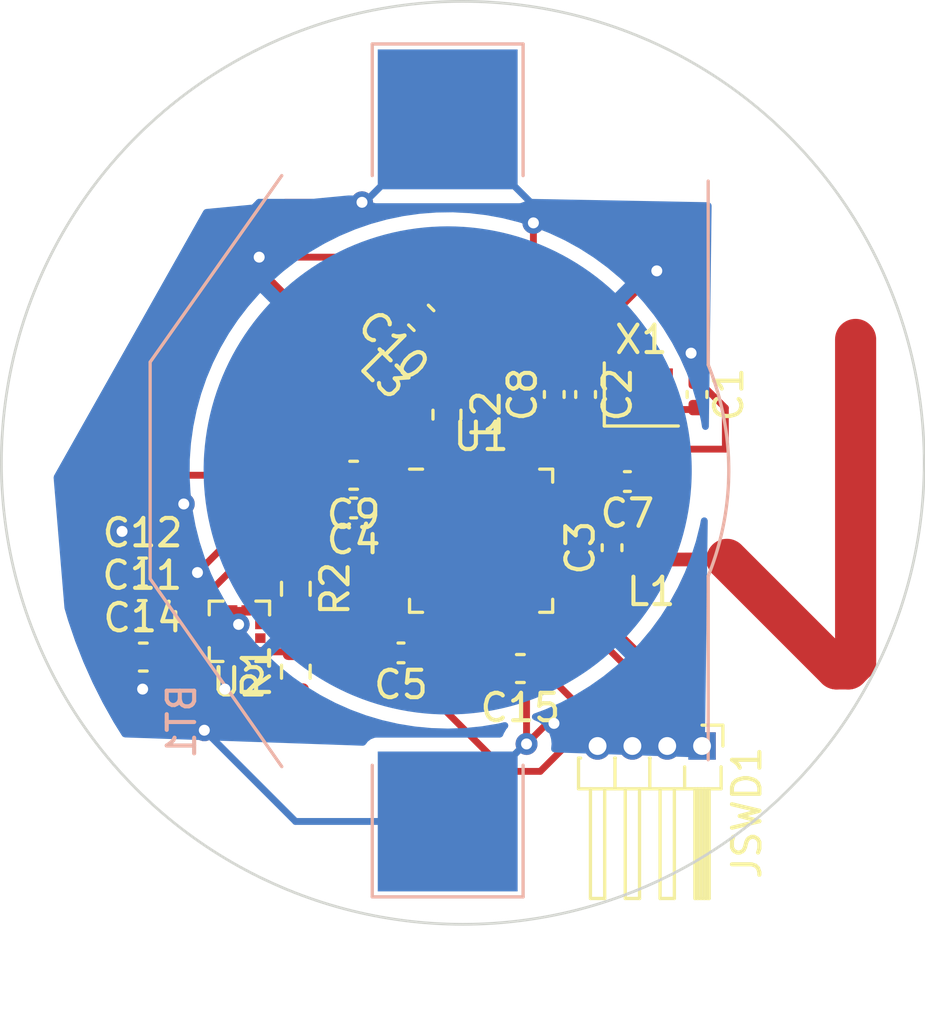
<source format=kicad_pcb>
(kicad_pcb (version 20211014) (generator pcbnew)
  (layers (0 "F.Cu" signal) (31 "B.Cu" signal) (34 "B.Paste" user) (35 "F.Paste" user) (36 "B.SilkS" user "B.Silkscreen") (37 "F.SilkS" user "F.Silkscreen") (38 "B.Mask" user) (39 "F.Mask" user) (44 "Edge.Cuts" user))
  (net 0 "")
  (net 1 "GND")
  (net 2 "Net-(X1-Pad2)")
  (net 3 "Net-(X1-Pad1)")
  (net 4 "Net-(L1-Pad2)")
  (net 5 "Net-(C4-Pad1)")
  (net 6 "VDD_nRF")
  (net 7 "Net-(C7-Pad2)")
  (net 8 "Net-(L3-Pad1)")
  (net 9 "Net-(JSWD1-Pad2)")
  (net 10 "Net-(JSWD1-Pad3)")
  (net 11 "unconnected-(L1-Pad1)")
  (net 12 "Net-(L3-Pad2)")
  (net 13 "Net-(L2-Pad2)")
  (net 14 "SDA")
  (net 19 "IMU_INT")
  (net 20 "SCL")
  (footprint "Inductor_SMD:L_0402_1005Metric" (layer "F.Cu") (at 133.4008 100.457 135)
    (fp_text reference "L3" (at 0 -1.17 135) (layer "F.SilkS"))
    (fp_text value "15nH")
    (pad "1" smd roundrect (at -0.485 0 135) (size 0.59 0.64) (layers "F.Cu" "F.Paste" "F.Mask") (net 8 "Net-(L3-Pad1)"))
    (pad "2" smd roundrect (at 0.485 0 135) (size 0.59 0.64) (layers "F.Cu" "F.Paste" "F.Mask") (net 12 "Net-(L3-Pad2)"))
  )
  (footprint "Resistor_SMD:R_0603_1608Metric" (layer "F.Cu") (at 129.3368 112.1156 90)
    (fp_text reference "R1" (at 0 -1.43 90) (layer "F.SilkS"))
    (fp_text value "10k")
    (fp_line (start -0.237258 -0.5225) (end 0.237258 -0.5225) (layer "F.SilkS") (width 0.12))
    (fp_line (start -0.237258 0.5225) (end 0.237258 0.5225) (layer "F.SilkS") (width 0.12))
    (pad "1" smd roundrect (at -0.825 0 90) (size 0.8 0.95) (layers "F.Cu" "F.Paste" "F.Mask") (net 6 "VDD_nRF"))
    (pad "2" smd roundrect (at 0.825 0 90) (size 0.8 0.95) (layers "F.Cu" "F.Paste" "F.Mask") (net 14 "SDA"))
  )
  (footprint "Capacitor_SMD:C_0603_1608Metric" (layer "F.Cu") (at 123.7364 110.0328)
    (fp_text reference "C11" (at 0 -1.43) (layer "F.SilkS"))
    (fp_text value "10uF")
    (fp_line (start -0.14058 0.51) (end 0.14058 0.51) (layer "F.SilkS") (width 0.12))
    (fp_line (start -0.14058 -0.51) (end 0.14058 -0.51) (layer "F.SilkS") (width 0.12))
    (pad "1" smd roundrect (at -0.775 0) (size 0.9 0.95) (layers "F.Cu" "F.Paste" "F.Mask") (net 1 "GND"))
    (pad "2" smd roundrect (at 0.775 0) (size 0.9 0.95) (layers "F.Cu" "F.Paste" "F.Mask") (net 6 "VDD_nRF"))
  )
  (footprint "Package_LGA:LGA-12_2x2mm_P0.5mm" (layer "F.Cu") (at 127.2794 110.6424 180)
    (fp_text reference "U2" (at 0 -1.85) (layer "F.SilkS"))
    (fp_text value "LIS2HH12")
    (fp_line (start -1.1 0.6) (end -1.1 0.6) (layer "F.SilkS") (width 0.12))
    (fp_line (start 1.1 -1.1) (end 1.1 -0.6) (layer "F.SilkS") (width 0.12))
    (fp_line (start 1.1 -0.6) (end 1.1 -0.6) (layer "F.SilkS") (width 0.12))
    (fp_line (start -0.6 -1.1) (end -1.1 -1.1) (layer "F.SilkS") (width 0.12))
    (fp_line (start 0.6 -1.1) (end 1.1 -1.1) (layer "F.SilkS") (width 0.12))
    (fp_line (start -1.1 1.1) (end -1.1 0.6) (layer "F.SilkS") (width 0.12))
    (fp_line (start 1.1 0.6) (end 1.1 1.1) (layer "F.SilkS") (width 0.12))
    (fp_line (start 0.6 1.1) (end 0.6 1.1) (layer "F.SilkS") (width 0.12))
    (fp_line (start -0.6 1.1) (end -1.1 1.1) (layer "F.SilkS") (width 0.12))
    (fp_line (start -1.1 -1.1) (end -1.1 -1.1) (layer "F.SilkS") (width 0.12))
    (fp_line (start 1.1 1.1) (end 0.6 1.1) (layer "F.SilkS") (width 0.12))
    (pad "1" smd rect (at -0.7625 -0.75 180) (size 0.375 0.35) (layers "F.Cu" "F.Paste" "F.Mask") (net 14 "SDA"))
    (pad "2" smd rect (at -0.7625 -0.25 180) (size 0.375 0.35) (layers "F.Cu" "F.Paste" "F.Mask"))
    (pad "3" smd rect (at -0.7625 0.25 180) (size 0.375 0.35) (layers "F.Cu" "F.Paste" "F.Mask"))
    (pad "4" smd rect (at -0.7625 0.75 180) (size 0.375 0.35) (layers "F.Cu" "F.Paste" "F.Mask") (net 14 "SDA"))
    (pad "5" smd rect (at -0.25 0.7625 270) (size 0.375 0.35) (layers "F.Cu" "F.Paste" "F.Mask") (net 1 "GND"))
    (pad "6" smd rect (at 0.25 0.7625 270) (size 0.375 0.35) (layers "F.Cu" "F.Paste" "F.Mask") (net 1 "GND"))
    (pad "7" smd rect (at 0.7625 0.75 180) (size 0.375 0.35) (layers "F.Cu" "F.Paste" "F.Mask") (net 1 "GND"))
    (pad "8" smd rect (at 0.7625 0.25 180) (size 0.375 0.35) (layers "F.Cu" "F.Paste" "F.Mask") (net 1 "GND"))
    (pad "9" smd rect (at 0.7625 -0.25 180) (size 0.375 0.35) (layers "F.Cu" "F.Paste" "F.Mask") (net 6 "VDD_nRF"))
    (pad "10" smd rect (at 0.7625 -0.75 180) (size 0.375 0.35) (layers "F.Cu" "F.Paste" "F.Mask") (net 6 "VDD_nRF"))
    (pad "11" smd rect (at 0.25 -0.7625 270) (size 0.375 0.35) (layers "F.Cu" "F.Paste" "F.Mask"))
    (pad "12" smd rect (at -0.25 -0.7625 270) (size 0.375 0.35) (layers "F.Cu" "F.Paste" "F.Mask") (net 19 "IMU_INT"))
  )
  (footprint "Crystal:Crystal_SMD_2016-4Pin_2.0x1.6mm" (layer "F.Cu") (at 141.9352 102.0064)
    (fp_text reference "X1" (at 0 -2) (layer "F.SilkS"))
    (fp_text value "32MHz")
    (fp_line (start -1.35 -1.15) (end -1.35 1.15) (layer "F.SilkS") (width 0.12))
    (fp_line (start -1.35 1.15) (end 1.35 1.15) (layer "F.SilkS") (width 0.12))
    (pad "1" smd rect (at -0.7 0.55) (size 0.9 0.8) (layers "F.Cu" "F.Paste" "F.Mask") (net 3 "Net-(X1-Pad1)"))
    (pad "2" smd rect (at 0.7 0.55) (size 0.9 0.8) (layers "F.Cu" "F.Paste" "F.Mask") (net 2 "Net-(X1-Pad2)"))
    (pad "3" smd rect (at 0.7 -0.55) (size 0.9 0.8) (layers "F.Cu" "F.Paste" "F.Mask"))
    (pad "4" smd rect (at -0.7 -0.55) (size 0.9 0.8) (layers "F.Cu" "F.Paste" "F.Mask"))
  )
  (footprint "Connector_PinHeader_1.27mm:PinHeader_1x04_P1.27mm_Horizontal" (layer "F.Cu") (at 144.15 114.825 -90)
    (fp_text reference "JSWD1" (at 2.4325 -1.635 90) (layer "F.SilkS"))
    (fp_text value "Conn_01x04_Female")
    (fp_line (start 0.44 1.889677) (end 0.44 1.920323) (layer "F.SilkS") (width 0.12))
    (fp_line (start 1.56 0.04) (end 5.56 0.04) (layer "F.SilkS") (width 0.12))
    (fp_line (start 0.44 1.905) (end 1.56 1.905) (layer "F.SilkS") (width 0.12))
    (fp_line (start 1.56 -0.26) (end 5.56 -0.26) (layer "F.SilkS") (width 0.12))
    (fp_line (start 5.56 -0.26) (end 5.56 0.26) (layer "F.SilkS") (width 0.12))
    (fp_line (start 1.56 3.55) (end 5.56 3.55) (layer "F.SilkS") (width 0.12))
    (fp_line (start 0.76 0.635) (end 1.56 0.635) (layer "F.SilkS") (width 0.12))
    (fp_line (start 1.56 -0.695) (end 1.56 4.505) (layer "F.SilkS") (width 0.12))
    (fp_line (start 0.76 -0.695) (end 1.56 -0.695) (layer "F.SilkS") (width 0.12))
    (fp_line (start 5.56 2.8) (end 1.56 2.8) (layer "F.SilkS") (width 0.12))
    (fp_line (start 5.56 2.28) (end 5.56 2.8) (layer "F.SilkS") (width 0.12))
    (fp_line (start 5.56 1.01) (end 5.56 1.53) (layer "F.SilkS") (width 0.12))
    (fp_line (start 1.56 4.505) (end 0.44 4.505) (layer "F.SilkS") (width 0.12))
    (fp_line (start 5.56 4.07) (end 1.56 4.07) (layer "F.SilkS") (width 0.12))
    (fp_line (start 5.56 0.26) (end 1.56 0.26) (layer "F.SilkS") (width 0.12))
    (fp_line (start 0.44 4.505) (end 0.44 4.429677) (layer "F.SilkS") (width 0.12))
    (fp_line (start 1.56 1.01) (end 5.56 1.01) (layer "F.SilkS") (width 0.12))
    (fp_line (start 1.56 -0.08) (end 5.56 -0.08) (layer "F.SilkS") (width 0.12))
    (fp_line (start 0.44 3.159677) (end 0.44 3.190323) (layer "F.SilkS") (width 0.12))
    (fp_line (start -0.76 -0.76) (end 0 -0.76) (layer "F.SilkS") (width 0.12))
    (fp_line (start -0.76 0) (end -0.76 -0.76) (layer "F.SilkS") (width 0.12))
    (fp_line (start 0.44 3.175) (end 1.56 3.175) (layer "F.SilkS") (width 0.12))
    (fp_line (start 5.56 3.55) (end 5.56 4.07) (layer "F.SilkS") (width 0.12))
    (fp_line (start 1.56 2.28) (end 5.56 2.28) (layer "F.SilkS") (width 0.12))
    (fp_line (start 1.56 0.16) (end 5.56 0.16) (layer "F.SilkS") (width 0.12))
    (fp_line (start 5.56 1.53) (end 1.56 1.53) (layer "F.SilkS") (width 0.12))
    (fp_line (start 1.56 -0.2) (end 5.56 -0.2) (layer "F.SilkS") (width 0.12))
    (pad "1" thru_hole rect (at 0 0 270) (size 1 1) (drill 0.65) (layers *.Cu *.Mask) (net 6 "VDD_nRF"))
    (pad "2" thru_hole oval (at 0 1.27 270) (size 1 1) (drill 0.65) (layers *.Cu *.Mask) (net 9 "Net-(JSWD1-Pad2)"))
    (pad "3" thru_hole oval (at 0 2.54 270) (size 1 1) (drill 0.65) (layers *.Cu *.Mask) (net 10 "Net-(JSWD1-Pad3)"))
    (pad "4" thru_hole oval (at 0 3.81 270) (size 1 1) (drill 0.65) (layers *.Cu *.Mask) (net 1 "GND"))
  )
  (footprint "Package_DFN_QFN:QFN-32-1EP_5x5mm_P0.5mm_EP3.6x3.6mm" (layer "F.Cu") (at 136.0932 107.3404)
    (fp_text reference "U1" (at 0 -3.8) (layer "F.SilkS"))
    (fp_text value "nRF52810-QCxx")
    (fp_line (start 2.61 -2.61) (end 2.61 -2.135) (layer "F.SilkS") (width 0.12))
    (fp_line (start 2.61 2.61) (end 2.61 2.135) (layer "F.SilkS") (width 0.12))
    (fp_line (start 2.135 2.61) (end 2.61 2.61) (layer "F.SilkS") (width 0.12))
    (fp_line (start -2.61 2.61) (end -2.61 2.135) (layer "F.SilkS") (width 0.12))
    (fp_line (start 2.135 -2.61) (end 2.61 -2.61) (layer "F.SilkS") (width 0.12))
    (fp_line (start -2.135 2.61) (end -2.61 2.61) (layer "F.SilkS") (width 0.12))
    (fp_line (start -2.135 -2.61) (end -2.61 -2.61) (layer "F.SilkS") (width 0.12))
    (pad "1" smd roundrect (at -2.45 -1.75) (size 0.8 0.25) (layers "F.Cu" "F.Paste" "F.Mask") (net 5 "Net-(C4-Pad1)"))
    (pad "2" smd roundrect (at -2.45 -1.25) (size 0.8 0.25) (layers "F.Cu" "F.Paste" "F.Mask"))
    (pad "3" smd roundrect (at -2.45 -0.75) (size 0.8 0.25) (layers "F.Cu" "F.Paste" "F.Mask"))
    (pad "4" smd roundrect (at -2.45 -0.25) (size 0.8 0.25) (layers "F.Cu" "F.Paste" "F.Mask"))
    (pad "5" smd roundrect (at -2.45 0.25) (size 0.8 0.25) (layers "F.Cu" "F.Paste" "F.Mask"))
    (pad "6" smd roundrect (at -2.45 0.75) (size 0.8 0.25) (layers "F.Cu" "F.Paste" "F.Mask") (net 19 "IMU_INT"))
    (pad "7" smd roundrect (at -2.45 1.25) (size 0.8 0.25) (layers "F.Cu" "F.Paste" "F.Mask") (net 14 "SDA"))
    (pad "8" smd roundrect (at -2.45 1.75) (size 0.8 0.25) (layers "F.Cu" "F.Paste" "F.Mask") (net 20 "SCL"))
    (pad "9" smd roundrect (at -1.75 2.45) (size 0.25 0.8) (layers "F.Cu" "F.Paste" "F.Mask") (net 6 "VDD_nRF"))
    (pad "10" smd roundrect (at -1.25 2.45) (size 0.25 0.8) (layers "F.Cu" "F.Paste" "F.Mask"))
    (pad "11" smd roundrect (at -0.75 2.45) (size 0.25 0.8) (layers "F.Cu" "F.Paste" "F.Mask"))
    (pad "12" smd roundrect (at -0.25 2.45) (size 0.25 0.8) (layers "F.Cu" "F.Paste" "F.Mask"))
    (pad "13" smd roundrect (at 0.25 2.45) (size 0.25 0.8) (layers "F.Cu" "F.Paste" "F.Mask"))
    (pad "14" smd roundrect (at 0.75 2.45) (size 0.25 0.8) (layers "F.Cu" "F.Paste" "F.Mask"))
    (pad "15" smd roundrect (at 1.25 2.45) (size 0.25 0.8) (layers "F.Cu" "F.Paste" "F.Mask"))
    (pad "16" smd roundrect (at 1.75 2.45) (size 0.25 0.8) (layers "F.Cu" "F.Paste" "F.Mask"))
    (pad "17" smd roundrect (at 2.45 1.75) (size 0.8 0.25) (layers "F.Cu" "F.Paste" "F.Mask") (net 10 "Net-(JSWD1-Pad3)"))
    (pad "18" smd roundrect (at 2.45 1.25) (size 0.8 0.25) (layers "F.Cu" "F.Paste" "F.Mask") (net 9 "Net-(JSWD1-Pad2)"))
    (pad "19" smd roundrect (at 2.45 0.75) (size 0.8 0.25) (layers "F.Cu" "F.Paste" "F.Mask") (net 4 "Net-(L1-Pad2)"))
    (pad "20" smd roundrect (at 2.45 0.25) (size 0.8 0.25) (layers "F.Cu" "F.Paste" "F.Mask") (net 1 "GND"))
    (pad "21" smd roundrect (at 2.45 -0.25) (size 0.8 0.25) (layers "F.Cu" "F.Paste" "F.Mask"))
    (pad "22" smd roundrect (at 2.45 -0.75) (size 0.8 0.25) (layers "F.Cu" "F.Paste" "F.Mask") (net 7 "Net-(C7-Pad2)"))
    (pad "23" smd roundrect (at 2.45 -1.25) (size 0.8 0.25) (layers "F.Cu" "F.Paste" "F.Mask") (net 2 "Net-(X1-Pad2)"))
    (pad "24" smd roundrect (at 2.45 -1.75) (size 0.8 0.25) (layers "F.Cu" "F.Paste" "F.Mask") (net 3 "Net-(X1-Pad1)"))
    (pad "25" smd roundrect (at 1.75 -2.45) (size 0.25 0.8) (layers "F.Cu" "F.Paste" "F.Mask") (net 6 "VDD_nRF"))
    (pad "26" smd roundrect (at 1.25 -2.45) (size 0.25 0.8) (layers "F.Cu" "F.Paste" "F.Mask"))
    (pad "27" smd roundrect (at 0.75 -2.45) (size 0.25 0.8) (layers "F.Cu" "F.Paste" "F.Mask"))
    (pad "28" smd roundrect (at 0.25 -2.45) (size 0.25 0.8) (layers "F.Cu" "F.Paste" "F.Mask"))
    (pad "29" smd roundrect (at -0.25 -2.45) (size 0.25 0.8) (layers "F.Cu" "F.Paste" "F.Mask") (net 1 "GND"))
    (pad "30" smd roundrect (at -0.75 -2.45) (size 0.25 0.8) (layers "F.Cu" "F.Paste" "F.Mask") (net 8 "Net-(L3-Pad1)"))
    (pad "31" smd roundrect (at -1.25 -2.45) (size 0.25 0.8) (layers "F.Cu" "F.Paste" "F.Mask") (net 13 "Net-(L2-Pad2)"))
    (pad "32" smd roundrect (at -1.75 -2.45) (size 0.25 0.8) (layers "F.Cu" "F.Paste" "F.Mask") (net 6 "VDD_nRF"))
    (pad "33" smd rect (at 0 0) (size 3.6 3.6) (layers "F.Cu" "F.Mask") (net 1 "GND"))
  )
  (footprint "Capacitor_SMD:C_0402_1005Metric" (layer "F.Cu") (at 138.7602 102.0064 90)
    (fp_text reference "C8" (at 0 -1.16 90) (layer "F.SilkS"))
    (fp_text value "100nF")
    (fp_line (start -0.107836 -0.36) (end 0.107836 -0.36) (layer "F.SilkS") (width 0.12))
    (fp_line (start -0.107836 0.36) (end 0.107836 0.36) (layer "F.SilkS") (width 0.12))
    (pad "1" smd roundrect (at -0.48 0 90) (size 0.56 0.62) (layers "F.Cu" "F.Paste" "F.Mask") (net 6 "VDD_nRF"))
    (pad "2" smd roundrect (at 0.48 0 90) (size 0.56 0.62) (layers "F.Cu" "F.Paste" "F.Mask") (net 1 "GND"))
  )
  (footprint "Capacitor_SMD:C_0402_1005Metric" (layer "F.Cu") (at 133.1722 111.4298 180)
    (fp_text reference "C5" (at 0 -1.16) (layer "F.SilkS"))
    (fp_text value "100nF")
    (fp_line (start -0.107836 -0.36) (end 0.107836 -0.36) (layer "F.SilkS") (width 0.12))
    (fp_line (start -0.107836 0.36) (end 0.107836 0.36) (layer "F.SilkS") (width 0.12))
    (pad "1" smd roundrect (at -0.48 0 180) (size 0.56 0.62) (layers "F.Cu" "F.Paste" "F.Mask") (net 6 "VDD_nRF"))
    (pad "2" smd roundrect (at 0.48 0 180) (size 0.56 0.62) (layers "F.Cu" "F.Paste" "F.Mask") (net 1 "GND"))
  )
  (footprint "Capacitor_SMD:C_0603_1608Metric" (layer "F.Cu") (at 123.7488 108.4834)
    (fp_text reference "C12" (at 0 -1.43) (layer "F.SilkS"))
    (fp_text value "100nF")
    (fp_line (start -0.14058 -0.51) (end 0.14058 -0.51) (layer "F.SilkS") (width 0.12))
    (fp_line (start -0.14058 0.51) (end 0.14058 0.51) (layer "F.SilkS") (width 0.12))
    (pad "1" smd roundrect (at -0.775 0) (size 0.9 0.95) (layers "F.Cu" "F.Paste" "F.Mask") (net 1 "GND"))
    (pad "2" smd roundrect (at 0.775 0) (size 0.9 0.95) (layers "F.Cu" "F.Paste" "F.Mask") (net 6 "VDD_nRF"))
  )
  (footprint "Capacitor_SMD:C_0402_1005Metric" (layer "F.Cu") (at 131.445 106.1466 180)
    (fp_text reference "C4" (at 0 -1.16) (layer "F.SilkS"))
    (fp_text value "100nF")
    (fp_line (start -0.107836 0.36) (end 0.107836 0.36) (layer "F.SilkS") (width 0.12))
    (fp_line (start -0.107836 -0.36) (end 0.107836 -0.36) (layer "F.SilkS") (width 0.12))
    (pad "1" smd roundrect (at -0.48 0 180) (size 0.56 0.62) (layers "F.Cu" "F.Paste" "F.Mask") (net 5 "Net-(C4-Pad1)"))
    (pad "2" smd roundrect (at 0.48 0 180) (size 0.56 0.62) (layers "F.Cu" "F.Paste" "F.Mask") (net 1 "GND"))
  )
  (footprint "Capacitor_SMD:C_0402_1005Metric" (layer "F.Cu") (at 140.8684 107.5944 90)
    (fp_text reference "C3" (at 0 -1.16 90) (layer "F.SilkS"))
    (fp_text value "0.8pF")
    (fp_line (start -0.107836 -0.36) (end 0.107836 -0.36) (layer "F.SilkS") (width 0.12))
    (fp_line (start -0.107836 0.36) (end 0.107836 0.36) (layer "F.SilkS") (width 0.12))
    (pad "1" smd roundrect (at -0.48 0 90) (size 0.56 0.62) (layers "F.Cu" "F.Paste" "F.Mask") (net 4 "Net-(L1-Pad2)"))
    (pad "2" smd roundrect (at 0.48 0 90) (size 0.56 0.62) (layers "F.Cu" "F.Paste" "F.Mask") (net 1 "GND"))
  )
  (footprint "Inductor_SMD:L_0603_1608Metric" (layer "F.Cu") (at 134.8486 102.743 -90)
    (fp_text reference "L2" (at 0 -1.43 90) (layer "F.SilkS"))
    (fp_text value "10uH")
    (fp_line (start -0.162779 0.51) (end 0.162779 0.51) (layer "F.SilkS") (width 0.12))
    (fp_line (start -0.162779 -0.51) (end 0.162779 -0.51) (layer "F.SilkS") (width 0.12))
    (pad "1" smd roundrect (at -0.7875 0 270) (size 0.875 0.95) (layers "F.Cu" "F.Paste" "F.Mask") (net 12 "Net-(L3-Pad2)"))
    (pad "2" smd roundrect (at 0.7875 0 270) (size 0.875 0.95) (layers "F.Cu" "F.Paste" "F.Mask") (net 13 "Net-(L2-Pad2)"))
  )
  (footprint "Capacitor_SMD:C_0603_1608Metric" (layer "F.Cu") (at 133.9088 99.2124 135)
    (fp_text reference "C10" (at 0 -1.43 135) (layer "F.SilkS"))
    (fp_text value "1.0uF")
    (fp_line (start -0.14058 0.51) (end 0.14058 0.51) (layer "F.SilkS") (width 0.12))
    (fp_line (start -0.14058 -0.51) (end 0.14058 -0.51) (layer "F.SilkS") (width 0.12))
    (pad "1" smd roundrect (at -0.775 0 135) (size 0.9 0.95) (layers "F.Cu" "F.Paste" "F.Mask") (net 8 "Net-(L3-Pad1)"))
    (pad "2" smd roundrect (at 0.775 0 135) (size 0.9 0.95) (layers "F.Cu" "F.Paste" "F.Mask") (net 1 "GND"))
  )
  (footprint "Inductor_SMD:L_0402_1005Metric" (layer "F.Cu") (at 142.2908 108.0262 180)
    (fp_text reference "L1" (at 0 -1.17) (layer "F.SilkS"))
    (fp_text value "3.9nH")
    (pad "1" smd roundrect (at -0.485 0 180) (size 0.59 0.64) (layers "F.Cu" "F.Paste" "F.Mask") (net 11 "unconnected-(L1-Pad1)"))
    (pad "2" smd roundrect (at 0.485 0 180) (size 0.59 0.64) (layers "F.Cu" "F.Paste" "F.Mask") (net 4 "Net-(L1-Pad2)"))
  )
  (footprint "Capacitor_SMD:C_0603_1608Metric" (layer "F.Cu") (at 131.445 104.9528 180)
    (fp_text reference "C9" (at 0 -1.43) (layer "F.SilkS"))
    (fp_text value "4.7uF")
    (fp_line (start -0.14058 0.51) (end 0.14058 0.51) (layer "F.SilkS") (width 0.12))
    (fp_line (start -0.14058 -0.51) (end 0.14058 -0.51) (layer "F.SilkS") (width 0.12))
    (pad "1" smd roundrect (at -0.775 0 180) (size 0.9 0.95) (layers "F.Cu" "F.Paste" "F.Mask") (net 6 "VDD_nRF"))
    (pad "2" smd roundrect (at 0.775 0 180) (size 0.9 0.95) (layers "F.Cu" "F.Paste" "F.Mask") (net 1 "GND"))
  )
  (footprint "Capacitor_SMD:C_0402_1005Metric" (layer "F.Cu") (at 141.4272 105.1814 180)
    (fp_text reference "C7" (at 0 -1.16) (layer "F.SilkS"))
    (fp_text value "100pF")
    (fp_line (start -0.107836 -0.36) (end 0.107836 -0.36) (layer "F.SilkS") (width 0.12))
    (fp_line (start -0.107836 0.36) (end 0.107836 0.36) (layer "F.SilkS") (width 0.12))
    (pad "1" smd roundrect (at -0.48 0 180) (size 0.56 0.62) (layers "F.Cu" "F.Paste" "F.Mask") (net 1 "GND"))
    (pad "2" smd roundrect (at 0.48 0 180) (size 0.56 0.62) (layers "F.Cu" "F.Paste" "F.Mask") (net 7 "Net-(C7-Pad2)"))
  )
  (footprint "Capacitor_SMD:C_0603_1608Metric" (layer "F.Cu") (at 137.525 112 180)
    (fp_text reference "C15" (at 0 -1.43) (layer "F.SilkS"))
    (fp_text value "1.0uF")
    (fp_line (start -0.14058 -0.51) (end 0.14058 -0.51) (layer "F.SilkS") (width 0.12))
    (fp_line (start -0.14058 0.51) (end 0.14058 0.51) (layer "F.SilkS") (width 0.12))
    (pad "1" smd roundrect (at -0.775 0 180) (size 0.9 0.95) (layers "F.Cu" "F.Paste" "F.Mask") (net 1 "GND"))
    (pad "2" smd roundrect (at 0.775 0 180) (size 0.9 0.95) (layers "F.Cu" "F.Paste" "F.Mask") (net 6 "VDD_nRF"))
  )
  (footprint "Capacitor_SMD:C_0603_1608Metric" (layer "F.Cu") (at 123.7742 111.5822)
    (fp_text reference "C14" (at 0 -1.43) (layer "F.SilkS"))
    (fp_text value "100nF")
    (fp_line (start -0.14058 -0.51) (end 0.14058 -0.51) (layer "F.SilkS") (width 0.12))
    (fp_line (start -0.14058 0.51) (end 0.14058 0.51) (layer "F.SilkS") (width 0.12))
    (pad "1" smd roundrect (at -0.775 0) (size 0.9 0.95) (layers "F.Cu" "F.Paste" "F.Mask") (net 1 "GND"))
    (pad "2" smd roundrect (at 0.775 0) (size 0.9 0.95) (layers "F.Cu" "F.Paste" "F.Mask") (net 6 "VDD_nRF"))
  )
  (footprint "Capacitor_SMD:C_0402_1005Metric" (layer "F.Cu") (at 143.9672 102.0064 -90)
    (fp_text reference "C1" (at 0 -1.16 90) (layer "F.SilkS"))
    (fp_text value "12pF")
    (fp_line (start -0.107836 -0.36) (end 0.107836 -0.36) (layer "F.SilkS") (width 0.12))
    (fp_line (start -0.107836 0.36) (end 0.107836 0.36) (layer "F.SilkS") (width 0.12))
    (pad "1" smd roundrect (at -0.48 0 270) (size 0.56 0.62) (layers "F.Cu" "F.Paste" "F.Mask") (net 1 "GND"))
    (pad "2" smd roundrect (at 0.48 0 270) (size 0.56 0.62) (layers "F.Cu" "F.Paste" "F.Mask") (net 2 "Net-(X1-Pad2)"))
  )
  (footprint "Capacitor_SMD:C_0402_1005Metric" (layer "F.Cu") (at 139.9032 102.0064 -90)
    (fp_text reference "C2" (at 0 -1.16 90) (layer "F.SilkS"))
    (fp_text value "12pF")
    (fp_line (start -0.107836 0.36) (end 0.107836 0.36) (layer "F.SilkS") (width 0.12))
    (fp_line (start -0.107836 -0.36) (end 0.107836 -0.36) (layer "F.SilkS") (width 0.12))
    (pad "1" smd roundrect (at -0.48 0 270) (size 0.56 0.62) (layers "F.Cu" "F.Paste" "F.Mask") (net 1 "GND"))
    (pad "2" smd roundrect (at 0.48 0 270) (size 0.56 0.62) (layers "F.Cu" "F.Paste" "F.Mask") (net 3 "Net-(X1-Pad1)"))
  )
  (footprint "Resistor_SMD:R_0603_1608Metric" (layer "F.Cu") (at 129.3368 109.093 -90)
    (fp_text reference "R2" (at 0 -1.43 90) (layer "F.SilkS"))
    (fp_text value "10k")
    (fp_line (start -0.237258 -0.5225) (end 0.237258 -0.5225) (layer "F.SilkS") (width 0.12))
    (fp_line (start -0.237258 0.5225) (end 0.237258 0.5225) (layer "F.SilkS") (width 0.12))
    (pad "1" smd roundrect (at -0.825 0 270) (size 0.8 0.95) (layers "F.Cu" "F.Paste" "F.Mask") (net 6 "VDD_nRF"))
    (pad "2" smd roundrect (at 0.825 0 270) (size 0.8 0.95) (layers "F.Cu" "F.Paste" "F.Mask") (net 14 "SDA"))
  )
  (footprint "Battery:BatteryHolder_Keystone_3002_1x2032" (layer "B.Cu") (at 134.874 104.7766 90)
    (fp_text reference "BT1" (at -9.15 -9.7 90) (layer "B.SilkS") (effects (justify mirror)))
    (fp_text value "Battery_Cell")
    (fp_line (start 15.55 2.75) (end 10.75 2.75) (layer "B.SilkS") (width 0.12))
    (fp_line (start -10.75 2.75) (end -15.55 2.75) (layer "B.SilkS") (width 0.12))
    (fp_line (start -15.55 -2.75) (end -10.75 -2.75) (layer "B.SilkS") (width 0.12))
    (fp_line (start 15.55 -2.75) (end 15.55 2.75) (layer "B.SilkS") (width 0.12))
    (fp_line (start -15.55 2.75) (end -15.55 -2.75) (layer "B.SilkS") (width 0.12))
    (fp_line (start -10.8 -6.05) (end -3.95 -10.85) (layer "B.SilkS") (width 0.12))
    (fp_line (start 3.95 -10.85) (end 10.75 -6.05) (layer "B.SilkS") (width 0.12))
    (fp_line (start -10.55 9.5) (end -3.85 9.5) (layer "B.SilkS") (width 0.12))
    (fp_line (start -3.95 -10.85) (end 3.95 -10.85) (layer "B.SilkS") (width 0.12))
    (fp_line (start 10.55 9.5) (end 3.85 9.5) (layer "B.SilkS") (width 0.12))
    (fp_line (start 10.75 -2.75) (end 15.55 -2.75) (layer "B.SilkS") (width 0.12))
    (fp_arc (start 3.85 9.5) (mid 0.00195 10.250488) (end -3.846385 9.501464) (layer "B.SilkS") (width 0.12))
    (pad "1" smd rect (at -12.8 0 90) (size 5.1 5.1) (layers "B.Cu" "B.Paste" "B.Mask") (net 6 "VDD_nRF"))
    (pad "1" smd rect (at 12.8 0 90) (size 5.1 5.1) (layers "B.Cu" "B.Paste" "B.Mask") (net 6 "VDD_nRF"))
    (pad "2" smd circle (at 0 0 90) (size 17.8 17.8) (layers "B.Cu" "B.Mask") (net 1 "GND"))
  )
  (gr_circle (center 135.425363 104.5) (end 152.25 104.25) (layer "Edge.Cuts") (width 0.1) (fill none))
  (segment (start 140.860791 107.1144) (end 140.384791 107.5904) (width 0.25) (layer "F.Cu") (net 1))
  (segment (start 131.6964 97) (end 128 97) (width 0.25) (layer "F.Cu") (net 1))
  (segment (start 136.3432 107.5904) (end 136.0932 107.3404) (width 0.25) (layer "F.Cu") (net 1))
  (segment (start 122.9738 110.0204) (end 122.9614 110.0328) (width 0.25) (layer "F.Cu") (net 1))
  (segment (start 127.0169 109.8924) (end 127.0294 109.8799) (width 0.25) (layer "F.Cu") (net 1))
  (segment (start 145 102.5) (end 144.25 101.75) (width 0.25) (layer "F.Cu") (net 1))
  (segment (start 143.0886 104) (end 145 104) (width 0.25) (layer "F.Cu") (net 1))
  (segment (start 126.5169 109.8924) (end 127.0169 109.8924) (width 0.25) (layer "F.Cu") (net 1))
  (segment (start 130.965 105.2478) (end 130.67 104.9528) (width 0.25) (layer "F.Cu") (net 1))
  (segment (start 127.0294 109.8799) (end 127.5294 109.8799) (width 0.25) (layer "F.Cu") (net 1))
  (segment (start 122.9738 108.4834) (end 122.9738 107.0262) (width 0.25) (layer "F.Cu") (net 1))
  (segment (start 132.6922 111.4298) (end 132.6922 111.437409) (width 0.25) (layer "F.Cu") (net 1))
  (segment (start 122.9992 111.5822) (end 122.9992 111.9992) (width 0.25) (layer "F.Cu") (net 1))
  (segment (start 125.0472 104.9528) (end 123 107) (width 0.25) (layer "F.Cu") (net 1))
  (segment (start 122.9738 108.4834) (end 122.9738 110.0204) (width 0.25) (layer "F.Cu") (net 1))
  (segment (start 140.384791 107.5904) (end 138.5432 107.5904) (width 0.25) (layer "F.Cu") (net 1))
  (segment (start 139.9032 101.5264) (end 139.9032 100.0968) (width 0.25) (layer "F.Cu") (net 1))
  (segment (start 140.34 114.825) (end 140.34 114.04) (width 0.25) (layer "F.Cu") (net 1))
  (segment (start 138.25 115.75) (end 139.175 114.825) (width 0.25) (layer "F.Cu") (net 1))
  (segment (start 139.175 114.825) (end 140.34 114.825) (width 0.25) (layer "F.Cu") (net 1))
  (segment (start 133.360792 98.664392) (end 131.6964 97) (width 0.25) (layer "F.Cu") (net 1))
  (segment (start 140.8684 107.1144) (end 141.9072 106.0756) (width 0.25) (layer "F.Cu") (net 1))
  (segment (start 141.9072 105.1814) (end 143.0886 104) (width 0.25) (layer "F.Cu") (net 1))
  (segment (start 138.5432 107.5904) (end 136.3432 107.5904) (width 0.25) (layer "F.Cu") (net 1))
  (segment (start 122.9614 110.0328) (end 122.9614 111.5444) (width 0.25) (layer "F.Cu") (net 1))
  (segment (start 143.9672 100.7172) (end 143.75 100.5) (width 0.25) (layer "F.Cu") (net 1))
  (segment (start 122.9992 111.9992) (end 123.75 112.75) (width 0.25) (layer "F.Cu") (net 1))
  (segment (start 139.9032 100.0968) (end 142.5 97.5) (width 0.25) (layer "F.Cu") (net 1))
  (segment (start 141.9072 106.0756) (end 141.9072 105.1814) (width 0.25) (layer "F.Cu") (net 1))
  (segment (start 130.67 104.9528) (end 125.0472 104.9528) (width 0.25) (layer "F.Cu") (net 1))
  (segment (start 135.8432 107.0904) (end 136.0932 107.3404) (width 0.25) (layer "F.Cu") (net 1))
  (segment (start 130.965 106.1466) (end 130.965 105.2478) (width 0.25) (layer "F.Cu") (net 1))
  (segment (start 122.9614 111.5444) (end 122.9992 111.5822) (width 0.25) (layer "F.Cu") (net 1))
  (segment (start 139.9032 101.5264) (end 138.7602 101.5264) (width 0.25) (layer "F.Cu") (net 1))
  (segment (start 135.8432 104.8904) (end 135.8432 107.0904) (width 0.25) (layer "F.Cu") (net 1))
  (segment (start 122.9738 107.0262) (end 123 107) (width 0.25) (layer "F.Cu") (net 1))
  (segment (start 140.8684 107.1144) (end 140.860791 107.1144) (width 0.25) (layer "F.Cu") (net 1))
  (segment (start 137.004791 115.75) (end 138.25 115.75) (width 0.25) (layer "F.Cu") (net 1))
  (segment (start 140.34 114.04) (end 138.3 112) (width 0.25) (layer "F.Cu") (net 1))
  (segment (start 143.9672 101.5264) (end 143.9672 100.7172) (width 0.25) (layer "F.Cu") (net 1))
  (segment (start 126.5169 109.8924) (end 126.5169 110.3924) (width 0.25) (layer "F.Cu") (net 1))
  (segment (start 126.5169 110.3924) (end 127.25 110.3924) (width 0.25) (layer "F.Cu") (net 1))
  (segment (start 132.6922 111.437409) (end 137.004791 115.75) (width 0.25) (layer "F.Cu") (net 1))
  (segment (start 145 104) (end 145 102.5) (width 0.25) (layer "F.Cu") (net 1))
  (via (at 142.5 97.5) (size 0.8) (drill 0.4) (layers "F.Cu" "B.Cu") (net 1))
  (via (at 123 107) (size 0.8) (drill 0.4) (layers "F.Cu" "B.Cu") (net 1))
  (via (at 143.75 100.5) (size 0.8) (drill 0.4) (layers "F.Cu" "B.Cu") (net 1))
  (via (at 127.25 110.3924) (size 0.8) (drill 0.4) (layers "F.Cu" "B.Cu") (net 1))
  (via (at 128 97) (size 0.8) (drill 0.4) (layers "F.Cu" "B.Cu") (net 1))
  (via (at 123.75 112.75) (size 0.8) (drill 0.4) (layers "F.Cu" "B.Cu") (net 1))
  (segment (start 127.25 110.3924) (end 127.25 111) (width 0.25) (layer "B.Cu") (net 1))
  (segment (start 128 97) (end 127 97) (width 0.25) (layer "B.Cu") (net 1))
  (segment (start 138.991208 106.0904) (end 141.831608 103.25) (width 0.25) (layer "F.Cu") (net 2))
  (segment (start 142.75 102.6712) (end 142.6352 102.5564) (width 0.25) (layer "F.Cu") (net 2))
  (segment (start 138.5432 106.0904) (end 138.991208 106.0904) (width 0.25) (layer "F.Cu") (net 2))
  (segment (start 143.8972 102.5564) (end 143.9672 102.4864) (width 0.25) (layer "F.Cu") (net 2))
  (segment (start 142.6352 102.5564) (end 143.8972 102.5564) (width 0.25) (layer "F.Cu") (net 2))
  (segment (start 141.831608 103.25) (end 142.75 103.25) (width 0.25) (layer "F.Cu") (net 2))
  (segment (start 142.75 103.25) (end 142.75 102.6712) (width 0.25) (layer "F.Cu") (net 2))
  (segment (start 139.0668 105.0668) (end 139.9032 104.2304) (width 0.25) (layer "F.Cu") (net 3))
  (segment (start 138.5432 105.5904) (end 139.0668 105.0668) (width 0.25) (layer "F.Cu") (net 3))
  (segment (start 141.2352 102.8984) (end 139.0668 105.0668) (width 0.25) (layer "F.Cu") (net 3))
  (segment (start 139.9032 104.2304) (end 139.9032 102.4864) (width 0.25) (layer "F.Cu") (net 3))
  (segment (start 141.2352 102.5564) (end 141.2352 102.8984) (width 0.25) (layer "F.Cu") (net 3))
  (segment (start 140.9166 108.0262) (end 140.8684 108.0744) (width 0.25) (layer "F.Cu") (net 4))
  (segment (start 140.8684 108.0744) (end 138.5592 108.0744) (width 0.25) (layer "F.Cu") (net 4))
  (segment (start 141.8058 108.0262) (end 140.9166 108.0262) (width 0.25) (layer "F.Cu") (net 4))
  (segment (start 138.5592 108.0744) (end 138.5432 108.0904) (width 0.25) (layer "F.Cu") (net 4))
  (segment (start 133.195192 105.5904) (end 133.6432 105.5904) (width 0.25) (layer "F.Cu") (net 5))
  (segment (start 131.925 106.1466) (end 132.638992 106.1466) (width 0.25) (layer "F.Cu") (net 5))
  (segment (start 132.638992 106.1466) (end 133.195192 105.5904) (width 0.25) (layer "F.Cu") (net 5))
  (segment (start 137.8432 104.8904) (end 137.8432 103.4034) (width 0.25) (layer "F.Cu") (net 6))
  (segment (start 124.5238 108.4834) (end 124.5238 110.0204) (width 0.25) (layer "F.Cu") (net 6))
  (segment (start 124.5492 111.5822) (end 126.3271 111.5822) (width 0.25) (layer "F.Cu") (net 6))
  (segment (start 126 114.25) (end 124.5492 112.7992) (width 0.25) (layer "F.Cu") (net 6))
  (segment (start 127.275 96.699695) (end 128.974695 95) (width 0.25) (layer "F.Cu") (net 6))
  (segment (start 127.89939 97.924695) (end 127.275 97.300305) (width 0.25) (layer "F.Cu") (net 6))
  (segment (start 129.3368 108.268) (end 127.1288 108.268) (width 0.25) (layer "F.Cu") (net 6))
  (segment (start 127.275 97.300305) (end 127.275 96.699695) (width 0.25) (layer "F.Cu") (net 6))
  (segment (start 137.75 114.75) (end 137.75 113) (width 0.25) (layer "F.Cu") (net 6))
  (segment (start 134.3202 111.4298) (end 136.1798 111.4298) (width 0.25) (layer "F.Cu") (net 6))
  (segment (start 128.974695 95) (end 130.75 95) (width 0.25) (layer "F.Cu") (net 6))
  (segment (start 126.5169 110.8924) (end 126.5169 111.3924) (width 0.25) (layer "F.Cu") (net 6))
  (segment (start 125.364 110.0328) (end 124.5114 110.0328) (width 0.25) (layer "F.Cu") (net 6))
  (segment (start 127.1288 108.268) (end 125.364 110.0328) (width 0.25) (layer "F.Cu") (net 6))
  (segment (start 125.25 107.7572) (end 125.25 106) (width 0.25) (layer "F.Cu") (net 6))
  (segment (start 137.75 113) (end 136.75 112) (width 0.25) (layer "F.Cu") (net 6))
  (segment (start 134.3432 111.4068) (end 134.3202 111.4298) (width 0.25) (layer "F.Cu") (net 6))
  (segment (start 124.5238 110.0204) (end 124.5114 110.0328) (width 0.25) (layer "F.Cu") (net 6))
  (segment (start 124.5114 110.0328) (end 124.5114 111.5444) (width 0.25) (layer "F.Cu") (net 6))
  (segment (start 137.8432 103.4034) (end 138.7602 102.4864) (width 0.25) (layer "F.Cu") (net 6))
  (segment (start 130.75 95) (end 131.75 95) (width 0.25) (layer "F.Cu") (net 6))
  (segment (start 126.775 113.475) (end 126 114.25) (width 0.25) (layer "F.Cu") (net 6))
  (segment (start 129.6048 108) (end 129.3368 108.268) (width 0.25) (layer "F.Cu") (net 6))
  (segment (start 132.22 104.9528) (end 134.2808 104.9528) (width 0.25) (layer "F.Cu") (net 6))
  (segment (start 124.5492 112.7992) (end 124.5492 111.5822) (width 0.25) (layer "F.Cu") (net 6))
  (segment (start 136.1798 111.4298) (end 136.75 112) (width 0.25) (layer "F.Cu") (net 6))
  (segment (start 132.22 101.644695) (end 128.5 97.924695) (width 0.25) (layer "F.Cu") (net 6))
  (segment (start 124.5238 108.4834) (end 125.25 107.7572) (width 0.25) (layer "F.Cu") (net 6))
  (segment (start 134.3432 109.7904) (end 134.3432 111.4068) (width 0.25) (layer "F.Cu") (net 6))
  (segment (start 132.22 104.9528) (end 132.22 101.644695) (width 0.25) (layer "F.Cu") (net 6))
  (segment (start 132.22 104.9528) (end 132.53 105.2628) (width 0.25) (layer "F.Cu") (net 6))
  (segment (start 128.5 97.924695) (end 127.89939 97.924695) (width 0.25) (layer "F.Cu") (net 6))
  (segment (start 137.75 114.75) (end 138.5 114) (width 0.25) (layer "F.Cu") (net 6))
  (segment (start 138.7602 102.4864) (end 138.752591 102.4864) (width 0.25) (layer "F.Cu") (net 6))
  (segment (start 138.752591 102.4864) (end 138 101.733809) (width 0.25) (layer "F.Cu") (net 6))
  (segment (start 134.2808 104.9528) (end 134.3432 104.8904) (width 0.25) (layer "F.Cu") (net 6))
  (segment (start 133.6522 111.4298) (end 134.3202 111.4298) (width 0.25) (layer "F.Cu") (net 6))
  (segment (start 126.3271 111.5822) (end 126.5169 111.3924) (width 0.25) (layer "F.Cu") (net 6))
  (segment (start 128.8024 113.475) (end 126.775 113.475) (width 0.25) (layer "F.Cu") (net 6))
  (segment (start 138 101.733809) (end 138 95.75) (width 0.25) (layer "F.Cu") (net 6))
  (segment (start 129.3368 112.9406) (end 128.8024 113.475) (width 0.25) (layer "F.Cu") (net 6))
  (segment (start 124.5114 111.5444) (end 124.5492 111.5822) (width 0.25) (layer "F.Cu") (net 6))
  (segment (start 138.5 114) (end 138.75 114) (width 0.25) (layer "F.Cu") (net 6))
  (via (at 138 95.75) (size 0.8) (drill 0.4) (layers "F.Cu" "B.Cu") (net 6))
  (via (at 138.75 114) (size 0.8) (drill 0.4) (layers "F.Cu" "B.Cu") (net 6))
  (via (at 125.25 106) (size 0.8) (drill 0.4) (layers "F.Cu" "B.Cu") (net 6))
  (via (at 131.75 95) (size 0.8) (drill 0.4) (layers "F.Cu" "B.Cu") (net 6))
  (via (at 126 114.25) (size 0.8) (drill 0.4) (layers "F.Cu" "B.Cu") (net 6))
  (via (at 137.75 114.75) (size 0.8) (drill 0.4) (layers "F.Cu" "B.Cu") (net 6))
  (segment (start 138.75 114) (end 143.325 114) (width 0.25) (layer "B.Cu") (net 6))
  (segment (start 125.25 106) (end 125.25 97.75) (width 0.25) (layer "B.Cu") (net 6))
  (segment (start 138 95.75) (end 138 95.1026) (width 0.25) (layer "B.Cu") (net 6))
  (segment (start 138 95.1026) (end 134.874 91.9766) (width 0.25) (layer "B.Cu") (net 6))
  (segment (start 125.25 97.75) (end 128 95) (width 0.25) (layer "B.Cu") (net 6))
  (segment (start 131.8506 95) (end 134.874 91.9766) (width 0.25) (layer "B.Cu") (net 6))
  (segment (start 134.874 117.5766) (end 137.7006 114.75) (width 0.25) (layer "B.Cu") (net 6))
  (segment (start 137.7006 114.75) (end 137.75 114.75) (width 0.25) (layer "B.Cu") (net 6))
  (segment (start 143.325 114) (end 144.15 114.825) (width 0.25) (layer "B.Cu") (net 6))
  (segment (start 129.3266 117.5766) (end 126 114.25) (width 0.25) (layer "B.Cu") (net 6))
  (segment (start 128 95) (end 131.75 95) (width 0.25) (layer "B.Cu") (net 6))
  (segment (start 134.874 117.5766) (end 129.3266 117.5766) (width 0.25) (layer "B.Cu") (net 6))
  (segment (start 131.75 95) (end 131.8506 95) (width 0.25) (layer "B.Cu") (net 6))
  (segment (start 140.9472 105.1814) (end 139.5382 106.5904) (width 0.25) (layer "F.Cu") (net 7))
  (segment (start 139.5382 106.5904) (end 138.5432 106.5904) (width 0.25) (layer "F.Cu") (net 7))
  (segment (start 135.6486 103.974479) (end 135.6486 103.086521) (width 0.25) (layer "F.Cu") (net 8))
  (segment (start 135.3432 104.279879) (end 135.6486 103.974479) (width 0.25) (layer "F.Cu") (net 8))
  (segment (start 134.367121 102.718) (end 133.743747 102.094626) (width 0.25) (layer "F.Cu") (net 8))
  (segment (start 133.743747 102.094626) (end 133.743747 100.799947) (width 0.25) (layer "F.Cu") (net 8))
  (segment (start 135.6486 103.086521) (end 135.280079 102.718) (width 0.25) (layer "F.Cu") (net 8))
  (segment (start 135.280079 102.718) (end 134.367121 102.718) (width 0.25) (layer "F.Cu") (net 8))
  (segment (start 133.743747 100.473469) (end 134.456808 99.760408) (width 0.25) (layer "F.Cu") (net 8))
  (segment (start 135.3432 104.8904) (end 135.3432 104.279879) (width 0.25) (layer "F.Cu") (net 8))
  (segment (start 133.743747 100.799947) (end 133.743747 100.473469) (width 0.25) (layer "F.Cu") (net 8))
  (segment (start 138.5432 108.5904) (end 138.991208 108.5904) (width 0.25) (layer "F.Cu") (net 9))
  (segment (start 138.991208 108.5904) (end 142.88 112.479192) (width 0.25) (layer "F.Cu") (net 9))
  (segment (start 142.88 112.479192) (end 142.88 114.825) (width 0.25) (layer "F.Cu") (net 9))
  (segment (start 141.61 112.1572) (end 138.5432 109.0904) (width 0.25) (layer "F.Cu") (net 10))
  (segment (start 141.61 114.825) (end 141.61 112.1572) (width 0.25) (layer "F.Cu") (net 10))
  (segment (start 149.5 112) (end 149.75 111.75) (width 1.5) (layer "F.Cu") (net 11))
  (segment (start 142.7758 108.0262) (end 145.056072 108.019129) (width 0.5) (layer "F.Cu") (net 11))
  (segment (start 149.486 112.014) (end 149.5 112) (width 1.5) (layer "F.Cu") (net 11))
  (segment (start 149.75 111.75) (end 149.75 100) (width 1.5) (layer "F.Cu") (net 11))
  (segment (start 145.056072 108.019129) (end 149.050943 112.014) (width 1.5) (layer "F.Cu") (net 11))
  (segment (start 149.050943 112.014) (end 149.486 112.014) (width 1.5) (layer "F.Cu") (net 11))
  (segment (start 133.057853 100.114053) (end 133.057853 100.063347) (width 0.25) (layer "F.Cu") (net 12))
  (segment (start 134.246668 98.874532) (end 134.702304 98.874532) (width 0.25) (layer "F.Cu") (net 12))
  (segment (start 134.702304 98.874532) (end 135.382 99.554228) (width 0.25) (layer "F.Cu") (net 12))
  (segment (start 133.057853 100.063347) (end 134.246668 98.874532) (width 0.25) (layer "F.Cu") (net 12))
  (segment (start 135.382 99.554228) (end 135.382 101.4221) (width 0.25) (layer "F.Cu") (net 12))
  (segment (start 135.382 101.4221) (end 134.8486 101.9555) (width 0.25) (layer "F.Cu") (net 12))
  (segment (start 134.8432 103.5359) (end 134.8486 103.5305) (width 0.25) (layer "F.Cu") (net 13))
  (segment (start 134.8432 104.8904) (end 134.8432 103.5359) (width 0.25) (layer "F.Cu") (net 13))
  (segment (start 129.235 111.3924) (end 129.3368 111.2906) (width 0.25) (layer "F.Cu") (net 14))
  (segment (start 129.3368 109.918) (end 129.3368 111.2906) (width 0.25) (layer "F.Cu") (net 14))
  (segment (start 128.0419 111.3924) (end 129.235 111.3924) (width 0.25) (layer "F.Cu") (net 14))
  (segment (start 130.6644 108.5904) (end 129.3368 109.918) (width 0.25) (layer "F.Cu") (net 14))
  (segment (start 129.3112 109.8924) (end 129.3368 109.918) (width 0.25) (layer "F.Cu") (net 14))
  (segment (start 133.6432 108.5904) (end 130.6644 108.5904) (width 0.25) (layer "F.Cu") (net 14))
  (segment (start 128.0419 109.8924) (end 129.3112 109.8924) (width 0.25) (layer "F.Cu") (net 14))
  (segment (start 133.0904 108.0904) (end 133.6432 108.0904) (width 0.25) (layer "F.Cu") (net 19))
  (segment (start 127.5294 111.9706) (end 126.75 112.75) (width 0.25) (layer "F.Cu") (net 19))
  (segment (start 126.707 107.543) (end 132.543 107.543) (width 0.25) (layer "F.Cu") (net 19))
  (segment (start 127.5294 111.4049) (end 127.5294 111.9706) (width 0.25) (layer "F.Cu") (net 19))
  (segment (start 132.543 107.543) (end 133.0904 108.0904) (width 0.25) (layer "F.Cu") (net 19))
  (segment (start 125.75 108.5) (end 126.707 107.543) (width 0.25) (layer "F.Cu") (net 19))
  (via (at 125.75 108.5) (size 0.8) (drill 0.4) (layers "F.Cu" "B.Cu") (net 19))
  (via (at 126.75 112.75) (size 0.8) (drill 0.4) (layers "F.Cu" "B.Cu") (net 19))
  (segment (start 125.75 111.75) (end 125.75 108.5) (width 0.25) (layer "B.Cu") (net 19))
  (segment (start 126.75 112.75) (end 125.75 111.75) (width 0.25) (layer "B.Cu") (net 19))
  (zone (net 1) (net_name "GND") (layer "B.Cu") (connect_pads (clearance 0.508)) (min_thickness 0.254) (fill yes (thermal_gap 0.508) (thermal_bridge_width 0.508))
    (polygon (pts (xy 144.5 95) (xy 144.25 115.25) (xy 122.75 114.5) (xy 121 111) (xy 120.5 105) (xy 126 95.25) (xy 131.25 94.75)))
  )
)
</source>
